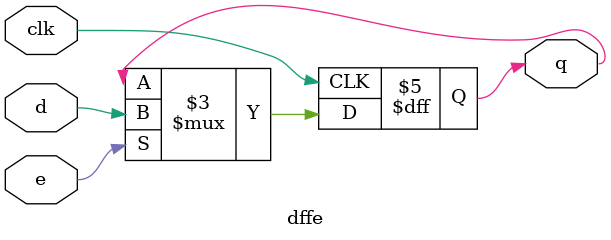
<source format=sv>
module dffe #(parameter N=1) (
	input logic [N-1:0] d,
	output logic [N-1:0] q,
	input logic clk, e
);

	always_ff @(posedge clk)
		if (e)
			q <= d;
		else
			q <= q;

endmodule

</source>
